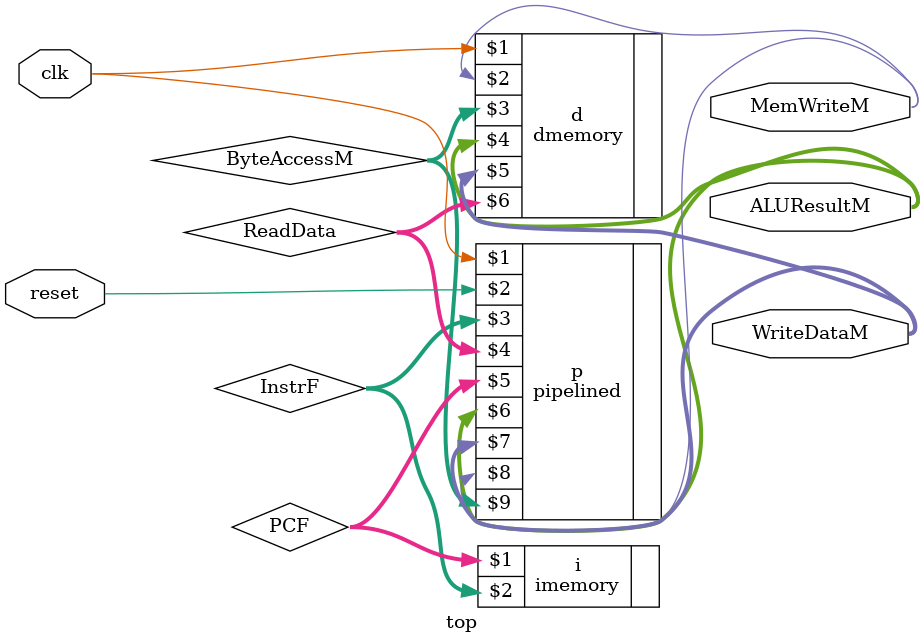
<source format=sv>
module top(input  logic        clk, reset,
           output logic [31:0] WriteDataM, ALUResultM,
           output logic        MemWriteM
          );

logic [31:0] InstrF, ReadData;
logic [1:0]  ByteAccessM;
logic [31:0] PCF;
//logic [31:0] WriteDataM, ALUResultM;


pipelined p(clk, reset, InstrF, ReadData, PCF, ALUResultM, WriteDataM, MemWriteM, ByteAccessM);  

imemory i(PCF, InstrF);

dmemory d(clk, MemWriteM, ByteAccessM, ALUResultM, WriteDataM, ReadData); 

endmodule
</source>
